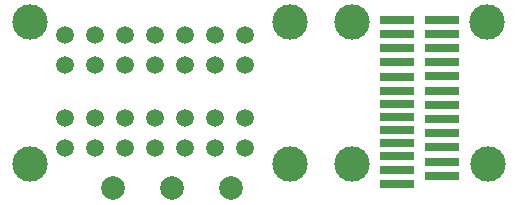
<source format=gbr>
%TF.GenerationSoftware,KiCad,Pcbnew,5.1.6-c6e7f7d~87~ubuntu20.04.1*%
%TF.CreationDate,2022-05-26T15:44:46+02:00*%
%TF.ProjectId,interface_down_left_side_arm,696e7465-7266-4616-9365-5f646f776e5f,rev?*%
%TF.SameCoordinates,PX5f5e038PY7086ec8*%
%TF.FileFunction,Copper,L1,Top*%
%TF.FilePolarity,Positive*%
%FSLAX46Y46*%
G04 Gerber Fmt 4.6, Leading zero omitted, Abs format (unit mm)*
G04 Created by KiCad (PCBNEW 5.1.6-c6e7f7d~87~ubuntu20.04.1) date 2022-05-26 15:44:46*
%MOMM*%
%LPD*%
G01*
G04 APERTURE LIST*
%TA.AperFunction,SMDPad,CuDef*%
%ADD10C,1.500000*%
%TD*%
%TA.AperFunction,ComponentPad*%
%ADD11R,3.000000X0.800000*%
%TD*%
%TA.AperFunction,ComponentPad*%
%ADD12C,2.000000*%
%TD*%
%TA.AperFunction,ViaPad*%
%ADD13C,3.000000*%
%TD*%
G04 APERTURE END LIST*
D10*
%TO.P,J2,14*%
%TO.N,Net-(J2-Pad14)*%
X22240200Y5153160D03*
%TO.P,J2,13*%
%TO.N,Net-(J2-Pad13)*%
X19700200Y5153160D03*
%TO.P,J2,12*%
%TO.N,Net-(J2-Pad12)*%
X17160200Y5153160D03*
%TO.P,J2,11*%
%TO.N,Net-(J2-Pad11)*%
X14620200Y5153160D03*
%TO.P,J2,10*%
%TO.N,Net-(J2-Pad10)*%
X12080200Y5153160D03*
%TO.P,J2,9*%
%TO.N,Net-(J2-Pad9)*%
X9540200Y5153160D03*
%TO.P,J2,8*%
%TO.N,Net-(J2-Pad8)*%
X7000200Y5153160D03*
%TO.P,J2,7*%
%TO.N,Net-(J2-Pad7)*%
X22240200Y7693160D03*
%TO.P,J2,6*%
%TO.N,Net-(J2-Pad6)*%
X19700200Y7693160D03*
%TO.P,J2,5*%
%TO.N,Net-(J2-Pad5)*%
X17160200Y7693160D03*
%TO.P,J2,4*%
%TO.N,Net-(J2-Pad4)*%
X14620200Y7693160D03*
%TO.P,J2,3*%
%TO.N,Net-(J2-Pad3)*%
X12080200Y7693160D03*
%TO.P,J2,2*%
%TO.N,Net-(J2-Pad2)*%
X9540200Y7693160D03*
%TO.P,J2,1*%
%TO.N,Net-(J2-Pad1)*%
X7000200Y7693160D03*
%TD*%
%TO.P,J3,1*%
%TO.N,Net-(J3-Pad1)*%
X7000200Y14693160D03*
%TO.P,J3,2*%
%TO.N,Net-(J3-Pad2)*%
X9540200Y14693160D03*
%TO.P,J3,3*%
%TO.N,Net-(J3-Pad3)*%
X12080200Y14693160D03*
%TO.P,J3,4*%
%TO.N,Net-(J3-Pad4)*%
X14620200Y14693160D03*
%TO.P,J3,5*%
%TO.N,Net-(J3-Pad5)*%
X17160200Y14693160D03*
%TO.P,J3,6*%
%TO.N,Net-(J3-Pad6)*%
X19700200Y14693160D03*
%TO.P,J3,7*%
%TO.N,Net-(J3-Pad7)*%
X22240200Y14693160D03*
%TO.P,J3,8*%
%TO.N,Net-(J3-Pad8)*%
X7000200Y12153160D03*
%TO.P,J3,9*%
%TO.N,Net-(J3-Pad9)*%
X9540200Y12153160D03*
%TO.P,J3,10*%
%TO.N,Net-(J3-Pad10)*%
X12080200Y12153160D03*
%TO.P,J3,11*%
%TO.N,Net-(J3-Pad11)*%
X14620200Y12153160D03*
%TO.P,J3,12*%
%TO.N,Net-(J3-Pad12)*%
X17160200Y12153160D03*
%TO.P,J3,13*%
%TO.N,Net-(J3-Pad13)*%
X19700200Y12153160D03*
%TO.P,J3,14*%
%TO.N,Net-(J3-Pad14)*%
X22240200Y12153160D03*
%TD*%
D11*
%TO.P,J4,2*%
%TO.N,Net-(J4-Pad2)*%
X35100200Y14793160D03*
%TO.P,J4,1*%
%TO.N,Net-(J4-Pad1)*%
X35100200Y15993160D03*
%TO.P,J4,4*%
%TO.N,Net-(J4-Pad4)*%
X35100200Y12393160D03*
%TO.P,J4,3*%
%TO.N,Net-(J4-Pad3)*%
X35080200Y13593160D03*
%TO.P,J4,5*%
%TO.N,Net-(J4-Pad5)*%
X35100200Y11193160D03*
%TO.P,J4,6*%
%TO.N,Net-(J4-Pad6)*%
X35106000Y9993160D03*
%TO.P,J4,9*%
%TO.N,Net-(J4-Pad9)*%
X35100200Y6693160D03*
%TO.P,J4,12*%
%TO.N,Net-(J4-Pad12)*%
X35100200Y3293160D03*
%TO.P,J4,10*%
%TO.N,Net-(J4-Pad10)*%
X35100200Y5593160D03*
%TO.P,J4,8*%
%TO.N,Net-(J4-Pad8)*%
X35100200Y7793160D03*
%TO.P,J4,11*%
%TO.N,Net-(J4-Pad11)*%
X35100200Y4493160D03*
%TO.P,J4,7*%
%TO.N,Net-(J4-Pad7)*%
X35100200Y8893160D03*
%TO.P,J4,13*%
%TO.N,Net-(J4-Pad13)*%
X35100200Y2093160D03*
%TO.P,J4,14*%
%TO.N,Net-(J4-Pad14)*%
X38886540Y16000400D03*
%TO.P,J4,15*%
%TO.N,Net-(J4-Pad15)*%
X38886540Y14800400D03*
%TO.P,J4,16*%
%TO.N,Net-(J4-Pad16)*%
X38886540Y13600400D03*
%TO.P,J4,17*%
%TO.N,Net-(J4-Pad17)*%
X38886540Y12400400D03*
%TO.P,J4,18*%
%TO.N,Net-(J4-Pad18)*%
X38886540Y11200400D03*
%TO.P,J4,19*%
%TO.N,Net-(J4-Pad19)*%
X38886540Y10000400D03*
%TO.P,J4,20*%
%TO.N,Net-(J4-Pad20)*%
X38886540Y8800400D03*
%TO.P,J4,21*%
%TO.N,Net-(J4-Pad21)*%
X38886540Y7600400D03*
%TO.P,J4,22*%
%TO.N,Net-(J4-Pad22)*%
X38886540Y6400400D03*
%TO.P,J4,23*%
%TO.N,Net-(J4-Pad23)*%
X38886540Y5200400D03*
%TO.P,J4,24*%
%TO.N,Net-(J4-Pad24)*%
X38886540Y4000400D03*
%TO.P,J4,25*%
%TO.N,Net-(J4-Pad25)*%
X38886540Y2800400D03*
%TD*%
D12*
%TO.P,J1,1*%
%TO.N,Net-(J1-Pad1)*%
X11000200Y1732280D03*
%TO.P,J1,2*%
%TO.N,Net-(J1-Pad2)*%
X16000200Y1732280D03*
%TO.P,J1,3*%
%TO.N,Net-(J1-Pad3)*%
X21000200Y1732280D03*
%TD*%
D13*
%TO.N,*%
X42710200Y15783160D03*
X31290200Y15783160D03*
X31290200Y3783160D03*
X42790200Y3783160D03*
X26000200Y15783160D03*
%TO.N,Net-(J3-Pad1)*%
X4000200Y15783160D03*
%TO.N,*%
X4000200Y3783160D03*
X26000200Y3783160D03*
%TD*%
M02*

</source>
